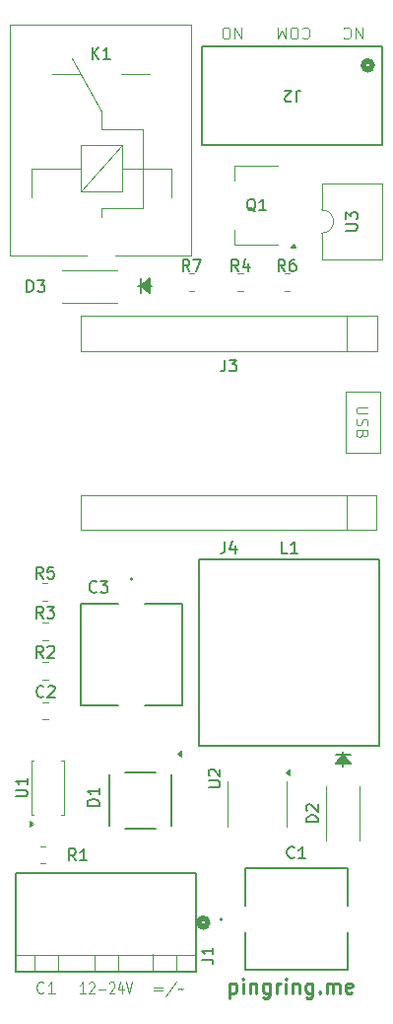
<source format=gbr>
%TF.GenerationSoftware,KiCad,Pcbnew,8.0.6*%
%TF.CreationDate,2024-12-16T14:26:34+01:00*%
%TF.ProjectId,doorbell_watcher,646f6f72-6265-46c6-9c5f-776174636865,rev?*%
%TF.SameCoordinates,Original*%
%TF.FileFunction,Legend,Top*%
%TF.FilePolarity,Positive*%
%FSLAX46Y46*%
G04 Gerber Fmt 4.6, Leading zero omitted, Abs format (unit mm)*
G04 Created by KiCad (PCBNEW 8.0.6) date 2024-12-16 14:26:34*
%MOMM*%
%LPD*%
G01*
G04 APERTURE LIST*
%ADD10C,0.100000*%
%ADD11C,0.254000*%
%ADD12C,0.150000*%
%ADD13C,0.120000*%
%ADD14C,0.152400*%
%ADD15C,0.508000*%
G04 APERTURE END LIST*
D10*
X145200000Y-69250000D02*
X148200000Y-69250000D01*
X148200000Y-74450000D01*
X145200000Y-74450000D01*
X145200000Y-69250000D01*
X141504687Y-38043819D02*
X141552306Y-37996200D01*
X141552306Y-37996200D02*
X141695163Y-37948580D01*
X141695163Y-37948580D02*
X141790401Y-37948580D01*
X141790401Y-37948580D02*
X141933258Y-37996200D01*
X141933258Y-37996200D02*
X142028496Y-38091438D01*
X142028496Y-38091438D02*
X142076115Y-38186676D01*
X142076115Y-38186676D02*
X142123734Y-38377152D01*
X142123734Y-38377152D02*
X142123734Y-38520009D01*
X142123734Y-38520009D02*
X142076115Y-38710485D01*
X142076115Y-38710485D02*
X142028496Y-38805723D01*
X142028496Y-38805723D02*
X141933258Y-38900961D01*
X141933258Y-38900961D02*
X141790401Y-38948580D01*
X141790401Y-38948580D02*
X141695163Y-38948580D01*
X141695163Y-38948580D02*
X141552306Y-38900961D01*
X141552306Y-38900961D02*
X141504687Y-38853342D01*
X140885639Y-38948580D02*
X140695163Y-38948580D01*
X140695163Y-38948580D02*
X140599925Y-38900961D01*
X140599925Y-38900961D02*
X140504687Y-38805723D01*
X140504687Y-38805723D02*
X140457068Y-38615247D01*
X140457068Y-38615247D02*
X140457068Y-38281914D01*
X140457068Y-38281914D02*
X140504687Y-38091438D01*
X140504687Y-38091438D02*
X140599925Y-37996200D01*
X140599925Y-37996200D02*
X140695163Y-37948580D01*
X140695163Y-37948580D02*
X140885639Y-37948580D01*
X140885639Y-37948580D02*
X140980877Y-37996200D01*
X140980877Y-37996200D02*
X141076115Y-38091438D01*
X141076115Y-38091438D02*
X141123734Y-38281914D01*
X141123734Y-38281914D02*
X141123734Y-38615247D01*
X141123734Y-38615247D02*
X141076115Y-38805723D01*
X141076115Y-38805723D02*
X140980877Y-38900961D01*
X140980877Y-38900961D02*
X140885639Y-38948580D01*
X140028496Y-37948580D02*
X140028496Y-38948580D01*
X140028496Y-38948580D02*
X139695163Y-38234295D01*
X139695163Y-38234295D02*
X139361830Y-38948580D01*
X139361830Y-38948580D02*
X139361830Y-37948580D01*
D11*
X135249485Y-120005701D02*
X135249485Y-121275701D01*
X135249485Y-120066177D02*
X135370438Y-120005701D01*
X135370438Y-120005701D02*
X135612343Y-120005701D01*
X135612343Y-120005701D02*
X135733295Y-120066177D01*
X135733295Y-120066177D02*
X135793771Y-120126653D01*
X135793771Y-120126653D02*
X135854247Y-120247606D01*
X135854247Y-120247606D02*
X135854247Y-120610463D01*
X135854247Y-120610463D02*
X135793771Y-120731415D01*
X135793771Y-120731415D02*
X135733295Y-120791892D01*
X135733295Y-120791892D02*
X135612343Y-120852368D01*
X135612343Y-120852368D02*
X135370438Y-120852368D01*
X135370438Y-120852368D02*
X135249485Y-120791892D01*
X136398533Y-120852368D02*
X136398533Y-120005701D01*
X136398533Y-119582368D02*
X136338057Y-119642844D01*
X136338057Y-119642844D02*
X136398533Y-119703320D01*
X136398533Y-119703320D02*
X136459010Y-119642844D01*
X136459010Y-119642844D02*
X136398533Y-119582368D01*
X136398533Y-119582368D02*
X136398533Y-119703320D01*
X137003295Y-120005701D02*
X137003295Y-120852368D01*
X137003295Y-120126653D02*
X137063772Y-120066177D01*
X137063772Y-120066177D02*
X137184724Y-120005701D01*
X137184724Y-120005701D02*
X137366153Y-120005701D01*
X137366153Y-120005701D02*
X137487105Y-120066177D01*
X137487105Y-120066177D02*
X137547581Y-120187130D01*
X137547581Y-120187130D02*
X137547581Y-120852368D01*
X138696629Y-120005701D02*
X138696629Y-121033796D01*
X138696629Y-121033796D02*
X138636153Y-121154749D01*
X138636153Y-121154749D02*
X138575677Y-121215225D01*
X138575677Y-121215225D02*
X138454724Y-121275701D01*
X138454724Y-121275701D02*
X138273296Y-121275701D01*
X138273296Y-121275701D02*
X138152343Y-121215225D01*
X138696629Y-120791892D02*
X138575677Y-120852368D01*
X138575677Y-120852368D02*
X138333772Y-120852368D01*
X138333772Y-120852368D02*
X138212820Y-120791892D01*
X138212820Y-120791892D02*
X138152343Y-120731415D01*
X138152343Y-120731415D02*
X138091867Y-120610463D01*
X138091867Y-120610463D02*
X138091867Y-120247606D01*
X138091867Y-120247606D02*
X138152343Y-120126653D01*
X138152343Y-120126653D02*
X138212820Y-120066177D01*
X138212820Y-120066177D02*
X138333772Y-120005701D01*
X138333772Y-120005701D02*
X138575677Y-120005701D01*
X138575677Y-120005701D02*
X138696629Y-120066177D01*
X139301391Y-120852368D02*
X139301391Y-120005701D01*
X139301391Y-120247606D02*
X139361868Y-120126653D01*
X139361868Y-120126653D02*
X139422344Y-120066177D01*
X139422344Y-120066177D02*
X139543296Y-120005701D01*
X139543296Y-120005701D02*
X139664249Y-120005701D01*
X140087581Y-120852368D02*
X140087581Y-120005701D01*
X140087581Y-119582368D02*
X140027105Y-119642844D01*
X140027105Y-119642844D02*
X140087581Y-119703320D01*
X140087581Y-119703320D02*
X140148058Y-119642844D01*
X140148058Y-119642844D02*
X140087581Y-119582368D01*
X140087581Y-119582368D02*
X140087581Y-119703320D01*
X140692343Y-120005701D02*
X140692343Y-120852368D01*
X140692343Y-120126653D02*
X140752820Y-120066177D01*
X140752820Y-120066177D02*
X140873772Y-120005701D01*
X140873772Y-120005701D02*
X141055201Y-120005701D01*
X141055201Y-120005701D02*
X141176153Y-120066177D01*
X141176153Y-120066177D02*
X141236629Y-120187130D01*
X141236629Y-120187130D02*
X141236629Y-120852368D01*
X142385677Y-120005701D02*
X142385677Y-121033796D01*
X142385677Y-121033796D02*
X142325201Y-121154749D01*
X142325201Y-121154749D02*
X142264725Y-121215225D01*
X142264725Y-121215225D02*
X142143772Y-121275701D01*
X142143772Y-121275701D02*
X141962344Y-121275701D01*
X141962344Y-121275701D02*
X141841391Y-121215225D01*
X142385677Y-120791892D02*
X142264725Y-120852368D01*
X142264725Y-120852368D02*
X142022820Y-120852368D01*
X142022820Y-120852368D02*
X141901868Y-120791892D01*
X141901868Y-120791892D02*
X141841391Y-120731415D01*
X141841391Y-120731415D02*
X141780915Y-120610463D01*
X141780915Y-120610463D02*
X141780915Y-120247606D01*
X141780915Y-120247606D02*
X141841391Y-120126653D01*
X141841391Y-120126653D02*
X141901868Y-120066177D01*
X141901868Y-120066177D02*
X142022820Y-120005701D01*
X142022820Y-120005701D02*
X142264725Y-120005701D01*
X142264725Y-120005701D02*
X142385677Y-120066177D01*
X142990439Y-120731415D02*
X143050916Y-120791892D01*
X143050916Y-120791892D02*
X142990439Y-120852368D01*
X142990439Y-120852368D02*
X142929963Y-120791892D01*
X142929963Y-120791892D02*
X142990439Y-120731415D01*
X142990439Y-120731415D02*
X142990439Y-120852368D01*
X143595201Y-120852368D02*
X143595201Y-120005701D01*
X143595201Y-120126653D02*
X143655678Y-120066177D01*
X143655678Y-120066177D02*
X143776630Y-120005701D01*
X143776630Y-120005701D02*
X143958059Y-120005701D01*
X143958059Y-120005701D02*
X144079011Y-120066177D01*
X144079011Y-120066177D02*
X144139487Y-120187130D01*
X144139487Y-120187130D02*
X144139487Y-120852368D01*
X144139487Y-120187130D02*
X144199963Y-120066177D01*
X144199963Y-120066177D02*
X144320916Y-120005701D01*
X144320916Y-120005701D02*
X144502344Y-120005701D01*
X144502344Y-120005701D02*
X144623297Y-120066177D01*
X144623297Y-120066177D02*
X144683773Y-120187130D01*
X144683773Y-120187130D02*
X144683773Y-120852368D01*
X145772344Y-120791892D02*
X145651392Y-120852368D01*
X145651392Y-120852368D02*
X145409487Y-120852368D01*
X145409487Y-120852368D02*
X145288534Y-120791892D01*
X145288534Y-120791892D02*
X145228058Y-120670939D01*
X145228058Y-120670939D02*
X145228058Y-120187130D01*
X145228058Y-120187130D02*
X145288534Y-120066177D01*
X145288534Y-120066177D02*
X145409487Y-120005701D01*
X145409487Y-120005701D02*
X145651392Y-120005701D01*
X145651392Y-120005701D02*
X145772344Y-120066177D01*
X145772344Y-120066177D02*
X145832820Y-120187130D01*
X145832820Y-120187130D02*
X145832820Y-120308082D01*
X145832820Y-120308082D02*
X145228058Y-120429034D01*
D10*
X128683884Y-120369609D02*
X129445789Y-120369609D01*
X129445789Y-120655323D02*
X128683884Y-120655323D01*
X130636264Y-119845800D02*
X129779122Y-121131514D01*
X130826741Y-120512466D02*
X130874360Y-120464847D01*
X130874360Y-120464847D02*
X130969598Y-120417228D01*
X130969598Y-120417228D02*
X131160074Y-120512466D01*
X131160074Y-120512466D02*
X131255312Y-120464847D01*
X131255312Y-120464847D02*
X131302931Y-120417228D01*
X119275312Y-120777180D02*
X119227693Y-120824800D01*
X119227693Y-120824800D02*
X119084836Y-120872419D01*
X119084836Y-120872419D02*
X118989598Y-120872419D01*
X118989598Y-120872419D02*
X118846741Y-120824800D01*
X118846741Y-120824800D02*
X118751503Y-120729561D01*
X118751503Y-120729561D02*
X118703884Y-120634323D01*
X118703884Y-120634323D02*
X118656265Y-120443847D01*
X118656265Y-120443847D02*
X118656265Y-120300990D01*
X118656265Y-120300990D02*
X118703884Y-120110514D01*
X118703884Y-120110514D02*
X118751503Y-120015276D01*
X118751503Y-120015276D02*
X118846741Y-119920038D01*
X118846741Y-119920038D02*
X118989598Y-119872419D01*
X118989598Y-119872419D02*
X119084836Y-119872419D01*
X119084836Y-119872419D02*
X119227693Y-119920038D01*
X119227693Y-119920038D02*
X119275312Y-119967657D01*
X120227693Y-120872419D02*
X119656265Y-120872419D01*
X119941979Y-120872419D02*
X119941979Y-119872419D01*
X119941979Y-119872419D02*
X119846741Y-120015276D01*
X119846741Y-120015276D02*
X119751503Y-120110514D01*
X119751503Y-120110514D02*
X119656265Y-120158133D01*
X136276115Y-37948580D02*
X136276115Y-38948580D01*
X136276115Y-38948580D02*
X135704687Y-37948580D01*
X135704687Y-37948580D02*
X135704687Y-38948580D01*
X135038020Y-38948580D02*
X134847544Y-38948580D01*
X134847544Y-38948580D02*
X134752306Y-38900961D01*
X134752306Y-38900961D02*
X134657068Y-38805723D01*
X134657068Y-38805723D02*
X134609449Y-38615247D01*
X134609449Y-38615247D02*
X134609449Y-38281914D01*
X134609449Y-38281914D02*
X134657068Y-38091438D01*
X134657068Y-38091438D02*
X134752306Y-37996200D01*
X134752306Y-37996200D02*
X134847544Y-37948580D01*
X134847544Y-37948580D02*
X135038020Y-37948580D01*
X135038020Y-37948580D02*
X135133258Y-37996200D01*
X135133258Y-37996200D02*
X135228496Y-38091438D01*
X135228496Y-38091438D02*
X135276115Y-38281914D01*
X135276115Y-38281914D02*
X135276115Y-38615247D01*
X135276115Y-38615247D02*
X135228496Y-38805723D01*
X135228496Y-38805723D02*
X135133258Y-38900961D01*
X135133258Y-38900961D02*
X135038020Y-38948580D01*
X122855312Y-120893419D02*
X122398169Y-120893419D01*
X122626741Y-120893419D02*
X122626741Y-119893419D01*
X122626741Y-119893419D02*
X122550550Y-120036276D01*
X122550550Y-120036276D02*
X122474360Y-120131514D01*
X122474360Y-120131514D02*
X122398169Y-120179133D01*
X123160074Y-119988657D02*
X123198170Y-119941038D01*
X123198170Y-119941038D02*
X123274360Y-119893419D01*
X123274360Y-119893419D02*
X123464836Y-119893419D01*
X123464836Y-119893419D02*
X123541027Y-119941038D01*
X123541027Y-119941038D02*
X123579122Y-119988657D01*
X123579122Y-119988657D02*
X123617217Y-120083895D01*
X123617217Y-120083895D02*
X123617217Y-120179133D01*
X123617217Y-120179133D02*
X123579122Y-120321990D01*
X123579122Y-120321990D02*
X123121979Y-120893419D01*
X123121979Y-120893419D02*
X123617217Y-120893419D01*
X123960075Y-120512466D02*
X124569599Y-120512466D01*
X124912455Y-119988657D02*
X124950551Y-119941038D01*
X124950551Y-119941038D02*
X125026741Y-119893419D01*
X125026741Y-119893419D02*
X125217217Y-119893419D01*
X125217217Y-119893419D02*
X125293408Y-119941038D01*
X125293408Y-119941038D02*
X125331503Y-119988657D01*
X125331503Y-119988657D02*
X125369598Y-120083895D01*
X125369598Y-120083895D02*
X125369598Y-120179133D01*
X125369598Y-120179133D02*
X125331503Y-120321990D01*
X125331503Y-120321990D02*
X124874360Y-120893419D01*
X124874360Y-120893419D02*
X125369598Y-120893419D01*
X126055313Y-120226752D02*
X126055313Y-120893419D01*
X125864837Y-119845800D02*
X125674360Y-120560085D01*
X125674360Y-120560085D02*
X126169599Y-120560085D01*
X126360075Y-119893419D02*
X126626742Y-120893419D01*
X126626742Y-120893419D02*
X126893408Y-119893419D01*
X146676115Y-37948580D02*
X146676115Y-38948580D01*
X146676115Y-38948580D02*
X146104687Y-37948580D01*
X146104687Y-37948580D02*
X146104687Y-38948580D01*
X145057068Y-38043819D02*
X145104687Y-37996200D01*
X145104687Y-37996200D02*
X145247544Y-37948580D01*
X145247544Y-37948580D02*
X145342782Y-37948580D01*
X145342782Y-37948580D02*
X145485639Y-37996200D01*
X145485639Y-37996200D02*
X145580877Y-38091438D01*
X145580877Y-38091438D02*
X145628496Y-38186676D01*
X145628496Y-38186676D02*
X145676115Y-38377152D01*
X145676115Y-38377152D02*
X145676115Y-38520009D01*
X145676115Y-38520009D02*
X145628496Y-38710485D01*
X145628496Y-38710485D02*
X145580877Y-38805723D01*
X145580877Y-38805723D02*
X145485639Y-38900961D01*
X145485639Y-38900961D02*
X145342782Y-38948580D01*
X145342782Y-38948580D02*
X145247544Y-38948580D01*
X145247544Y-38948580D02*
X145104687Y-38900961D01*
X145104687Y-38900961D02*
X145057068Y-38853342D01*
X147127580Y-70553884D02*
X146318057Y-70553884D01*
X146318057Y-70553884D02*
X146222819Y-70601503D01*
X146222819Y-70601503D02*
X146175200Y-70649122D01*
X146175200Y-70649122D02*
X146127580Y-70744360D01*
X146127580Y-70744360D02*
X146127580Y-70934836D01*
X146127580Y-70934836D02*
X146175200Y-71030074D01*
X146175200Y-71030074D02*
X146222819Y-71077693D01*
X146222819Y-71077693D02*
X146318057Y-71125312D01*
X146318057Y-71125312D02*
X147127580Y-71125312D01*
X146175200Y-71553884D02*
X146127580Y-71696741D01*
X146127580Y-71696741D02*
X146127580Y-71934836D01*
X146127580Y-71934836D02*
X146175200Y-72030074D01*
X146175200Y-72030074D02*
X146222819Y-72077693D01*
X146222819Y-72077693D02*
X146318057Y-72125312D01*
X146318057Y-72125312D02*
X146413295Y-72125312D01*
X146413295Y-72125312D02*
X146508533Y-72077693D01*
X146508533Y-72077693D02*
X146556152Y-72030074D01*
X146556152Y-72030074D02*
X146603771Y-71934836D01*
X146603771Y-71934836D02*
X146651390Y-71744360D01*
X146651390Y-71744360D02*
X146699009Y-71649122D01*
X146699009Y-71649122D02*
X146746628Y-71601503D01*
X146746628Y-71601503D02*
X146841866Y-71553884D01*
X146841866Y-71553884D02*
X146937104Y-71553884D01*
X146937104Y-71553884D02*
X147032342Y-71601503D01*
X147032342Y-71601503D02*
X147079961Y-71649122D01*
X147079961Y-71649122D02*
X147127580Y-71744360D01*
X147127580Y-71744360D02*
X147127580Y-71982455D01*
X147127580Y-71982455D02*
X147079961Y-72125312D01*
X146651390Y-72887217D02*
X146603771Y-73030074D01*
X146603771Y-73030074D02*
X146556152Y-73077693D01*
X146556152Y-73077693D02*
X146460914Y-73125312D01*
X146460914Y-73125312D02*
X146318057Y-73125312D01*
X146318057Y-73125312D02*
X146222819Y-73077693D01*
X146222819Y-73077693D02*
X146175200Y-73030074D01*
X146175200Y-73030074D02*
X146127580Y-72934836D01*
X146127580Y-72934836D02*
X146127580Y-72553884D01*
X146127580Y-72553884D02*
X147127580Y-72553884D01*
X147127580Y-72553884D02*
X147127580Y-72887217D01*
X147127580Y-72887217D02*
X147079961Y-72982455D01*
X147079961Y-72982455D02*
X147032342Y-73030074D01*
X147032342Y-73030074D02*
X146937104Y-73077693D01*
X146937104Y-73077693D02*
X146841866Y-73077693D01*
X146841866Y-73077693D02*
X146746628Y-73030074D01*
X146746628Y-73030074D02*
X146699009Y-72982455D01*
X146699009Y-72982455D02*
X146651390Y-72887217D01*
X146651390Y-72887217D02*
X146651390Y-72553884D01*
D12*
X134846666Y-66475819D02*
X134846666Y-67190104D01*
X134846666Y-67190104D02*
X134799047Y-67332961D01*
X134799047Y-67332961D02*
X134703809Y-67428200D01*
X134703809Y-67428200D02*
X134560952Y-67475819D01*
X134560952Y-67475819D02*
X134465714Y-67475819D01*
X135227619Y-66475819D02*
X135846666Y-66475819D01*
X135846666Y-66475819D02*
X135513333Y-66856771D01*
X135513333Y-66856771D02*
X135656190Y-66856771D01*
X135656190Y-66856771D02*
X135751428Y-66904390D01*
X135751428Y-66904390D02*
X135799047Y-66952009D01*
X135799047Y-66952009D02*
X135846666Y-67047247D01*
X135846666Y-67047247D02*
X135846666Y-67285342D01*
X135846666Y-67285342D02*
X135799047Y-67380580D01*
X135799047Y-67380580D02*
X135751428Y-67428200D01*
X135751428Y-67428200D02*
X135656190Y-67475819D01*
X135656190Y-67475819D02*
X135370476Y-67475819D01*
X135370476Y-67475819D02*
X135275238Y-67428200D01*
X135275238Y-67428200D02*
X135227619Y-67380580D01*
X131813333Y-58875819D02*
X131480000Y-58399628D01*
X131241905Y-58875819D02*
X131241905Y-57875819D01*
X131241905Y-57875819D02*
X131622857Y-57875819D01*
X131622857Y-57875819D02*
X131718095Y-57923438D01*
X131718095Y-57923438D02*
X131765714Y-57971057D01*
X131765714Y-57971057D02*
X131813333Y-58066295D01*
X131813333Y-58066295D02*
X131813333Y-58209152D01*
X131813333Y-58209152D02*
X131765714Y-58304390D01*
X131765714Y-58304390D02*
X131718095Y-58352009D01*
X131718095Y-58352009D02*
X131622857Y-58399628D01*
X131622857Y-58399628D02*
X131241905Y-58399628D01*
X132146667Y-57875819D02*
X132813333Y-57875819D01*
X132813333Y-57875819D02*
X132384762Y-58875819D01*
X134836666Y-82075819D02*
X134836666Y-82790104D01*
X134836666Y-82790104D02*
X134789047Y-82932961D01*
X134789047Y-82932961D02*
X134693809Y-83028200D01*
X134693809Y-83028200D02*
X134550952Y-83075819D01*
X134550952Y-83075819D02*
X134455714Y-83075819D01*
X135741428Y-82409152D02*
X135741428Y-83075819D01*
X135503333Y-82028200D02*
X135265238Y-82742485D01*
X135265238Y-82742485D02*
X135884285Y-82742485D01*
X122033333Y-109454819D02*
X121700000Y-108978628D01*
X121461905Y-109454819D02*
X121461905Y-108454819D01*
X121461905Y-108454819D02*
X121842857Y-108454819D01*
X121842857Y-108454819D02*
X121938095Y-108502438D01*
X121938095Y-108502438D02*
X121985714Y-108550057D01*
X121985714Y-108550057D02*
X122033333Y-108645295D01*
X122033333Y-108645295D02*
X122033333Y-108788152D01*
X122033333Y-108788152D02*
X121985714Y-108883390D01*
X121985714Y-108883390D02*
X121938095Y-108931009D01*
X121938095Y-108931009D02*
X121842857Y-108978628D01*
X121842857Y-108978628D02*
X121461905Y-108978628D01*
X122985714Y-109454819D02*
X122414286Y-109454819D01*
X122700000Y-109454819D02*
X122700000Y-108454819D01*
X122700000Y-108454819D02*
X122604762Y-108597676D01*
X122604762Y-108597676D02*
X122509524Y-108692914D01*
X122509524Y-108692914D02*
X122414286Y-108740533D01*
X132834819Y-117954333D02*
X133549104Y-117954333D01*
X133549104Y-117954333D02*
X133691961Y-118001952D01*
X133691961Y-118001952D02*
X133787200Y-118097190D01*
X133787200Y-118097190D02*
X133834819Y-118240047D01*
X133834819Y-118240047D02*
X133834819Y-118335285D01*
X133834819Y-116954333D02*
X133834819Y-117525761D01*
X133834819Y-117240047D02*
X132834819Y-117240047D01*
X132834819Y-117240047D02*
X132977676Y-117335285D01*
X132977676Y-117335285D02*
X133072914Y-117430523D01*
X133072914Y-117430523D02*
X133120533Y-117525761D01*
X119213333Y-88675819D02*
X118880000Y-88199628D01*
X118641905Y-88675819D02*
X118641905Y-87675819D01*
X118641905Y-87675819D02*
X119022857Y-87675819D01*
X119022857Y-87675819D02*
X119118095Y-87723438D01*
X119118095Y-87723438D02*
X119165714Y-87771057D01*
X119165714Y-87771057D02*
X119213333Y-87866295D01*
X119213333Y-87866295D02*
X119213333Y-88009152D01*
X119213333Y-88009152D02*
X119165714Y-88104390D01*
X119165714Y-88104390D02*
X119118095Y-88152009D01*
X119118095Y-88152009D02*
X119022857Y-88199628D01*
X119022857Y-88199628D02*
X118641905Y-88199628D01*
X119546667Y-87675819D02*
X120165714Y-87675819D01*
X120165714Y-87675819D02*
X119832381Y-88056771D01*
X119832381Y-88056771D02*
X119975238Y-88056771D01*
X119975238Y-88056771D02*
X120070476Y-88104390D01*
X120070476Y-88104390D02*
X120118095Y-88152009D01*
X120118095Y-88152009D02*
X120165714Y-88247247D01*
X120165714Y-88247247D02*
X120165714Y-88485342D01*
X120165714Y-88485342D02*
X120118095Y-88580580D01*
X120118095Y-88580580D02*
X120070476Y-88628200D01*
X120070476Y-88628200D02*
X119975238Y-88675819D01*
X119975238Y-88675819D02*
X119689524Y-88675819D01*
X119689524Y-88675819D02*
X119594286Y-88628200D01*
X119594286Y-88628200D02*
X119546667Y-88580580D01*
X124034819Y-104759094D02*
X123034819Y-104759094D01*
X123034819Y-104759094D02*
X123034819Y-104520999D01*
X123034819Y-104520999D02*
X123082438Y-104378142D01*
X123082438Y-104378142D02*
X123177676Y-104282904D01*
X123177676Y-104282904D02*
X123272914Y-104235285D01*
X123272914Y-104235285D02*
X123463390Y-104187666D01*
X123463390Y-104187666D02*
X123606247Y-104187666D01*
X123606247Y-104187666D02*
X123796723Y-104235285D01*
X123796723Y-104235285D02*
X123891961Y-104282904D01*
X123891961Y-104282904D02*
X123987200Y-104378142D01*
X123987200Y-104378142D02*
X124034819Y-104520999D01*
X124034819Y-104520999D02*
X124034819Y-104759094D01*
X124034819Y-103235285D02*
X124034819Y-103806713D01*
X124034819Y-103520999D02*
X123034819Y-103520999D01*
X123034819Y-103520999D02*
X123177676Y-103616237D01*
X123177676Y-103616237D02*
X123272914Y-103711475D01*
X123272914Y-103711475D02*
X123320533Y-103806713D01*
X145234819Y-55382904D02*
X146044342Y-55382904D01*
X146044342Y-55382904D02*
X146139580Y-55335285D01*
X146139580Y-55335285D02*
X146187200Y-55287666D01*
X146187200Y-55287666D02*
X146234819Y-55192428D01*
X146234819Y-55192428D02*
X146234819Y-55001952D01*
X146234819Y-55001952D02*
X146187200Y-54906714D01*
X146187200Y-54906714D02*
X146139580Y-54859095D01*
X146139580Y-54859095D02*
X146044342Y-54811476D01*
X146044342Y-54811476D02*
X145234819Y-54811476D01*
X145234819Y-54430523D02*
X145234819Y-53811476D01*
X145234819Y-53811476D02*
X145615771Y-54144809D01*
X145615771Y-54144809D02*
X145615771Y-54001952D01*
X145615771Y-54001952D02*
X145663390Y-53906714D01*
X145663390Y-53906714D02*
X145711009Y-53859095D01*
X145711009Y-53859095D02*
X145806247Y-53811476D01*
X145806247Y-53811476D02*
X146044342Y-53811476D01*
X146044342Y-53811476D02*
X146139580Y-53859095D01*
X146139580Y-53859095D02*
X146187200Y-53906714D01*
X146187200Y-53906714D02*
X146234819Y-54001952D01*
X146234819Y-54001952D02*
X146234819Y-54287666D01*
X146234819Y-54287666D02*
X146187200Y-54382904D01*
X146187200Y-54382904D02*
X146139580Y-54430523D01*
X119233333Y-92054819D02*
X118900000Y-91578628D01*
X118661905Y-92054819D02*
X118661905Y-91054819D01*
X118661905Y-91054819D02*
X119042857Y-91054819D01*
X119042857Y-91054819D02*
X119138095Y-91102438D01*
X119138095Y-91102438D02*
X119185714Y-91150057D01*
X119185714Y-91150057D02*
X119233333Y-91245295D01*
X119233333Y-91245295D02*
X119233333Y-91388152D01*
X119233333Y-91388152D02*
X119185714Y-91483390D01*
X119185714Y-91483390D02*
X119138095Y-91531009D01*
X119138095Y-91531009D02*
X119042857Y-91578628D01*
X119042857Y-91578628D02*
X118661905Y-91578628D01*
X119614286Y-91150057D02*
X119661905Y-91102438D01*
X119661905Y-91102438D02*
X119757143Y-91054819D01*
X119757143Y-91054819D02*
X119995238Y-91054819D01*
X119995238Y-91054819D02*
X120090476Y-91102438D01*
X120090476Y-91102438D02*
X120138095Y-91150057D01*
X120138095Y-91150057D02*
X120185714Y-91245295D01*
X120185714Y-91245295D02*
X120185714Y-91340533D01*
X120185714Y-91340533D02*
X120138095Y-91483390D01*
X120138095Y-91483390D02*
X119566667Y-92054819D01*
X119566667Y-92054819D02*
X120185714Y-92054819D01*
X117841905Y-60675819D02*
X117841905Y-59675819D01*
X117841905Y-59675819D02*
X118080000Y-59675819D01*
X118080000Y-59675819D02*
X118222857Y-59723438D01*
X118222857Y-59723438D02*
X118318095Y-59818676D01*
X118318095Y-59818676D02*
X118365714Y-59913914D01*
X118365714Y-59913914D02*
X118413333Y-60104390D01*
X118413333Y-60104390D02*
X118413333Y-60247247D01*
X118413333Y-60247247D02*
X118365714Y-60437723D01*
X118365714Y-60437723D02*
X118318095Y-60532961D01*
X118318095Y-60532961D02*
X118222857Y-60628200D01*
X118222857Y-60628200D02*
X118080000Y-60675819D01*
X118080000Y-60675819D02*
X117841905Y-60675819D01*
X118746667Y-59675819D02*
X119365714Y-59675819D01*
X119365714Y-59675819D02*
X119032381Y-60056771D01*
X119032381Y-60056771D02*
X119175238Y-60056771D01*
X119175238Y-60056771D02*
X119270476Y-60104390D01*
X119270476Y-60104390D02*
X119318095Y-60152009D01*
X119318095Y-60152009D02*
X119365714Y-60247247D01*
X119365714Y-60247247D02*
X119365714Y-60485342D01*
X119365714Y-60485342D02*
X119318095Y-60580580D01*
X119318095Y-60580580D02*
X119270476Y-60628200D01*
X119270476Y-60628200D02*
X119175238Y-60675819D01*
X119175238Y-60675819D02*
X118889524Y-60675819D01*
X118889524Y-60675819D02*
X118794286Y-60628200D01*
X118794286Y-60628200D02*
X118746667Y-60580580D01*
X140013333Y-58875819D02*
X139680000Y-58399628D01*
X139441905Y-58875819D02*
X139441905Y-57875819D01*
X139441905Y-57875819D02*
X139822857Y-57875819D01*
X139822857Y-57875819D02*
X139918095Y-57923438D01*
X139918095Y-57923438D02*
X139965714Y-57971057D01*
X139965714Y-57971057D02*
X140013333Y-58066295D01*
X140013333Y-58066295D02*
X140013333Y-58209152D01*
X140013333Y-58209152D02*
X139965714Y-58304390D01*
X139965714Y-58304390D02*
X139918095Y-58352009D01*
X139918095Y-58352009D02*
X139822857Y-58399628D01*
X139822857Y-58399628D02*
X139441905Y-58399628D01*
X140870476Y-57875819D02*
X140680000Y-57875819D01*
X140680000Y-57875819D02*
X140584762Y-57923438D01*
X140584762Y-57923438D02*
X140537143Y-57971057D01*
X140537143Y-57971057D02*
X140441905Y-58113914D01*
X140441905Y-58113914D02*
X140394286Y-58304390D01*
X140394286Y-58304390D02*
X140394286Y-58685342D01*
X140394286Y-58685342D02*
X140441905Y-58780580D01*
X140441905Y-58780580D02*
X140489524Y-58828200D01*
X140489524Y-58828200D02*
X140584762Y-58875819D01*
X140584762Y-58875819D02*
X140775238Y-58875819D01*
X140775238Y-58875819D02*
X140870476Y-58828200D01*
X140870476Y-58828200D02*
X140918095Y-58780580D01*
X140918095Y-58780580D02*
X140965714Y-58685342D01*
X140965714Y-58685342D02*
X140965714Y-58447247D01*
X140965714Y-58447247D02*
X140918095Y-58352009D01*
X140918095Y-58352009D02*
X140870476Y-58304390D01*
X140870476Y-58304390D02*
X140775238Y-58256771D01*
X140775238Y-58256771D02*
X140584762Y-58256771D01*
X140584762Y-58256771D02*
X140489524Y-58304390D01*
X140489524Y-58304390D02*
X140441905Y-58352009D01*
X140441905Y-58352009D02*
X140394286Y-58447247D01*
X123813333Y-86380580D02*
X123765714Y-86428200D01*
X123765714Y-86428200D02*
X123622857Y-86475819D01*
X123622857Y-86475819D02*
X123527619Y-86475819D01*
X123527619Y-86475819D02*
X123384762Y-86428200D01*
X123384762Y-86428200D02*
X123289524Y-86332961D01*
X123289524Y-86332961D02*
X123241905Y-86237723D01*
X123241905Y-86237723D02*
X123194286Y-86047247D01*
X123194286Y-86047247D02*
X123194286Y-85904390D01*
X123194286Y-85904390D02*
X123241905Y-85713914D01*
X123241905Y-85713914D02*
X123289524Y-85618676D01*
X123289524Y-85618676D02*
X123384762Y-85523438D01*
X123384762Y-85523438D02*
X123527619Y-85475819D01*
X123527619Y-85475819D02*
X123622857Y-85475819D01*
X123622857Y-85475819D02*
X123765714Y-85523438D01*
X123765714Y-85523438D02*
X123813333Y-85571057D01*
X124146667Y-85475819D02*
X124765714Y-85475819D01*
X124765714Y-85475819D02*
X124432381Y-85856771D01*
X124432381Y-85856771D02*
X124575238Y-85856771D01*
X124575238Y-85856771D02*
X124670476Y-85904390D01*
X124670476Y-85904390D02*
X124718095Y-85952009D01*
X124718095Y-85952009D02*
X124765714Y-86047247D01*
X124765714Y-86047247D02*
X124765714Y-86285342D01*
X124765714Y-86285342D02*
X124718095Y-86380580D01*
X124718095Y-86380580D02*
X124670476Y-86428200D01*
X124670476Y-86428200D02*
X124575238Y-86475819D01*
X124575238Y-86475819D02*
X124289524Y-86475819D01*
X124289524Y-86475819D02*
X124194286Y-86428200D01*
X124194286Y-86428200D02*
X124146667Y-86380580D01*
X133434819Y-103182904D02*
X134244342Y-103182904D01*
X134244342Y-103182904D02*
X134339580Y-103135285D01*
X134339580Y-103135285D02*
X134387200Y-103087666D01*
X134387200Y-103087666D02*
X134434819Y-102992428D01*
X134434819Y-102992428D02*
X134434819Y-102801952D01*
X134434819Y-102801952D02*
X134387200Y-102706714D01*
X134387200Y-102706714D02*
X134339580Y-102659095D01*
X134339580Y-102659095D02*
X134244342Y-102611476D01*
X134244342Y-102611476D02*
X133434819Y-102611476D01*
X133530057Y-102182904D02*
X133482438Y-102135285D01*
X133482438Y-102135285D02*
X133434819Y-102040047D01*
X133434819Y-102040047D02*
X133434819Y-101801952D01*
X133434819Y-101801952D02*
X133482438Y-101706714D01*
X133482438Y-101706714D02*
X133530057Y-101659095D01*
X133530057Y-101659095D02*
X133625295Y-101611476D01*
X133625295Y-101611476D02*
X133720533Y-101611476D01*
X133720533Y-101611476D02*
X133863390Y-101659095D01*
X133863390Y-101659095D02*
X134434819Y-102230523D01*
X134434819Y-102230523D02*
X134434819Y-101611476D01*
X116854819Y-103961904D02*
X117664342Y-103961904D01*
X117664342Y-103961904D02*
X117759580Y-103914285D01*
X117759580Y-103914285D02*
X117807200Y-103866666D01*
X117807200Y-103866666D02*
X117854819Y-103771428D01*
X117854819Y-103771428D02*
X117854819Y-103580952D01*
X117854819Y-103580952D02*
X117807200Y-103485714D01*
X117807200Y-103485714D02*
X117759580Y-103438095D01*
X117759580Y-103438095D02*
X117664342Y-103390476D01*
X117664342Y-103390476D02*
X116854819Y-103390476D01*
X117854819Y-102390476D02*
X117854819Y-102961904D01*
X117854819Y-102676190D02*
X116854819Y-102676190D01*
X116854819Y-102676190D02*
X116997676Y-102771428D01*
X116997676Y-102771428D02*
X117092914Y-102866666D01*
X117092914Y-102866666D02*
X117140533Y-102961904D01*
X140979933Y-44366180D02*
X140979933Y-43651895D01*
X140979933Y-43651895D02*
X141027552Y-43509038D01*
X141027552Y-43509038D02*
X141122790Y-43413800D01*
X141122790Y-43413800D02*
X141265647Y-43366180D01*
X141265647Y-43366180D02*
X141360885Y-43366180D01*
X140551361Y-44270942D02*
X140503742Y-44318561D01*
X140503742Y-44318561D02*
X140408504Y-44366180D01*
X140408504Y-44366180D02*
X140170409Y-44366180D01*
X140170409Y-44366180D02*
X140075171Y-44318561D01*
X140075171Y-44318561D02*
X140027552Y-44270942D01*
X140027552Y-44270942D02*
X139979933Y-44175704D01*
X139979933Y-44175704D02*
X139979933Y-44080466D01*
X139979933Y-44080466D02*
X140027552Y-43937609D01*
X140027552Y-43937609D02*
X140598980Y-43366180D01*
X140598980Y-43366180D02*
X139979933Y-43366180D01*
X119270833Y-95359580D02*
X119223214Y-95407200D01*
X119223214Y-95407200D02*
X119080357Y-95454819D01*
X119080357Y-95454819D02*
X118985119Y-95454819D01*
X118985119Y-95454819D02*
X118842262Y-95407200D01*
X118842262Y-95407200D02*
X118747024Y-95311961D01*
X118747024Y-95311961D02*
X118699405Y-95216723D01*
X118699405Y-95216723D02*
X118651786Y-95026247D01*
X118651786Y-95026247D02*
X118651786Y-94883390D01*
X118651786Y-94883390D02*
X118699405Y-94692914D01*
X118699405Y-94692914D02*
X118747024Y-94597676D01*
X118747024Y-94597676D02*
X118842262Y-94502438D01*
X118842262Y-94502438D02*
X118985119Y-94454819D01*
X118985119Y-94454819D02*
X119080357Y-94454819D01*
X119080357Y-94454819D02*
X119223214Y-94502438D01*
X119223214Y-94502438D02*
X119270833Y-94550057D01*
X119651786Y-94550057D02*
X119699405Y-94502438D01*
X119699405Y-94502438D02*
X119794643Y-94454819D01*
X119794643Y-94454819D02*
X120032738Y-94454819D01*
X120032738Y-94454819D02*
X120127976Y-94502438D01*
X120127976Y-94502438D02*
X120175595Y-94550057D01*
X120175595Y-94550057D02*
X120223214Y-94645295D01*
X120223214Y-94645295D02*
X120223214Y-94740533D01*
X120223214Y-94740533D02*
X120175595Y-94883390D01*
X120175595Y-94883390D02*
X119604167Y-95454819D01*
X119604167Y-95454819D02*
X120223214Y-95454819D01*
X123441905Y-40675819D02*
X123441905Y-39675819D01*
X124013333Y-40675819D02*
X123584762Y-40104390D01*
X124013333Y-39675819D02*
X123441905Y-40247247D01*
X124965714Y-40675819D02*
X124394286Y-40675819D01*
X124680000Y-40675819D02*
X124680000Y-39675819D01*
X124680000Y-39675819D02*
X124584762Y-39818676D01*
X124584762Y-39818676D02*
X124489524Y-39913914D01*
X124489524Y-39913914D02*
X124394286Y-39961533D01*
X137484761Y-53771057D02*
X137389523Y-53723438D01*
X137389523Y-53723438D02*
X137294285Y-53628200D01*
X137294285Y-53628200D02*
X137151428Y-53485342D01*
X137151428Y-53485342D02*
X137056190Y-53437723D01*
X137056190Y-53437723D02*
X136960952Y-53437723D01*
X137008571Y-53675819D02*
X136913333Y-53628200D01*
X136913333Y-53628200D02*
X136818095Y-53532961D01*
X136818095Y-53532961D02*
X136770476Y-53342485D01*
X136770476Y-53342485D02*
X136770476Y-53009152D01*
X136770476Y-53009152D02*
X136818095Y-52818676D01*
X136818095Y-52818676D02*
X136913333Y-52723438D01*
X136913333Y-52723438D02*
X137008571Y-52675819D01*
X137008571Y-52675819D02*
X137199047Y-52675819D01*
X137199047Y-52675819D02*
X137294285Y-52723438D01*
X137294285Y-52723438D02*
X137389523Y-52818676D01*
X137389523Y-52818676D02*
X137437142Y-53009152D01*
X137437142Y-53009152D02*
X137437142Y-53342485D01*
X137437142Y-53342485D02*
X137389523Y-53532961D01*
X137389523Y-53532961D02*
X137294285Y-53628200D01*
X137294285Y-53628200D02*
X137199047Y-53675819D01*
X137199047Y-53675819D02*
X137008571Y-53675819D01*
X138389523Y-53675819D02*
X137818095Y-53675819D01*
X138103809Y-53675819D02*
X138103809Y-52675819D01*
X138103809Y-52675819D02*
X138008571Y-52818676D01*
X138008571Y-52818676D02*
X137913333Y-52913914D01*
X137913333Y-52913914D02*
X137818095Y-52961533D01*
X119213333Y-85275819D02*
X118880000Y-84799628D01*
X118641905Y-85275819D02*
X118641905Y-84275819D01*
X118641905Y-84275819D02*
X119022857Y-84275819D01*
X119022857Y-84275819D02*
X119118095Y-84323438D01*
X119118095Y-84323438D02*
X119165714Y-84371057D01*
X119165714Y-84371057D02*
X119213333Y-84466295D01*
X119213333Y-84466295D02*
X119213333Y-84609152D01*
X119213333Y-84609152D02*
X119165714Y-84704390D01*
X119165714Y-84704390D02*
X119118095Y-84752009D01*
X119118095Y-84752009D02*
X119022857Y-84799628D01*
X119022857Y-84799628D02*
X118641905Y-84799628D01*
X120118095Y-84275819D02*
X119641905Y-84275819D01*
X119641905Y-84275819D02*
X119594286Y-84752009D01*
X119594286Y-84752009D02*
X119641905Y-84704390D01*
X119641905Y-84704390D02*
X119737143Y-84656771D01*
X119737143Y-84656771D02*
X119975238Y-84656771D01*
X119975238Y-84656771D02*
X120070476Y-84704390D01*
X120070476Y-84704390D02*
X120118095Y-84752009D01*
X120118095Y-84752009D02*
X120165714Y-84847247D01*
X120165714Y-84847247D02*
X120165714Y-85085342D01*
X120165714Y-85085342D02*
X120118095Y-85180580D01*
X120118095Y-85180580D02*
X120070476Y-85228200D01*
X120070476Y-85228200D02*
X119975238Y-85275819D01*
X119975238Y-85275819D02*
X119737143Y-85275819D01*
X119737143Y-85275819D02*
X119641905Y-85228200D01*
X119641905Y-85228200D02*
X119594286Y-85180580D01*
X142834819Y-106159094D02*
X141834819Y-106159094D01*
X141834819Y-106159094D02*
X141834819Y-105920999D01*
X141834819Y-105920999D02*
X141882438Y-105778142D01*
X141882438Y-105778142D02*
X141977676Y-105682904D01*
X141977676Y-105682904D02*
X142072914Y-105635285D01*
X142072914Y-105635285D02*
X142263390Y-105587666D01*
X142263390Y-105587666D02*
X142406247Y-105587666D01*
X142406247Y-105587666D02*
X142596723Y-105635285D01*
X142596723Y-105635285D02*
X142691961Y-105682904D01*
X142691961Y-105682904D02*
X142787200Y-105778142D01*
X142787200Y-105778142D02*
X142834819Y-105920999D01*
X142834819Y-105920999D02*
X142834819Y-106159094D01*
X141930057Y-105206713D02*
X141882438Y-105159094D01*
X141882438Y-105159094D02*
X141834819Y-105063856D01*
X141834819Y-105063856D02*
X141834819Y-104825761D01*
X141834819Y-104825761D02*
X141882438Y-104730523D01*
X141882438Y-104730523D02*
X141930057Y-104682904D01*
X141930057Y-104682904D02*
X142025295Y-104635285D01*
X142025295Y-104635285D02*
X142120533Y-104635285D01*
X142120533Y-104635285D02*
X142263390Y-104682904D01*
X142263390Y-104682904D02*
X142834819Y-105254332D01*
X142834819Y-105254332D02*
X142834819Y-104635285D01*
X136013333Y-58875819D02*
X135680000Y-58399628D01*
X135441905Y-58875819D02*
X135441905Y-57875819D01*
X135441905Y-57875819D02*
X135822857Y-57875819D01*
X135822857Y-57875819D02*
X135918095Y-57923438D01*
X135918095Y-57923438D02*
X135965714Y-57971057D01*
X135965714Y-57971057D02*
X136013333Y-58066295D01*
X136013333Y-58066295D02*
X136013333Y-58209152D01*
X136013333Y-58209152D02*
X135965714Y-58304390D01*
X135965714Y-58304390D02*
X135918095Y-58352009D01*
X135918095Y-58352009D02*
X135822857Y-58399628D01*
X135822857Y-58399628D02*
X135441905Y-58399628D01*
X136870476Y-58209152D02*
X136870476Y-58875819D01*
X136632381Y-57828200D02*
X136394286Y-58542485D01*
X136394286Y-58542485D02*
X137013333Y-58542485D01*
X140233333Y-83075819D02*
X139757143Y-83075819D01*
X139757143Y-83075819D02*
X139757143Y-82075819D01*
X141090476Y-83075819D02*
X140519048Y-83075819D01*
X140804762Y-83075819D02*
X140804762Y-82075819D01*
X140804762Y-82075819D02*
X140709524Y-82218676D01*
X140709524Y-82218676D02*
X140614286Y-82313914D01*
X140614286Y-82313914D02*
X140519048Y-82361533D01*
X140813333Y-109180580D02*
X140765714Y-109228200D01*
X140765714Y-109228200D02*
X140622857Y-109275819D01*
X140622857Y-109275819D02*
X140527619Y-109275819D01*
X140527619Y-109275819D02*
X140384762Y-109228200D01*
X140384762Y-109228200D02*
X140289524Y-109132961D01*
X140289524Y-109132961D02*
X140241905Y-109037723D01*
X140241905Y-109037723D02*
X140194286Y-108847247D01*
X140194286Y-108847247D02*
X140194286Y-108704390D01*
X140194286Y-108704390D02*
X140241905Y-108513914D01*
X140241905Y-108513914D02*
X140289524Y-108418676D01*
X140289524Y-108418676D02*
X140384762Y-108323438D01*
X140384762Y-108323438D02*
X140527619Y-108275819D01*
X140527619Y-108275819D02*
X140622857Y-108275819D01*
X140622857Y-108275819D02*
X140765714Y-108323438D01*
X140765714Y-108323438D02*
X140813333Y-108371057D01*
X141765714Y-109275819D02*
X141194286Y-109275819D01*
X141480000Y-109275819D02*
X141480000Y-108275819D01*
X141480000Y-108275819D02*
X141384762Y-108418676D01*
X141384762Y-108418676D02*
X141289524Y-108513914D01*
X141289524Y-108513914D02*
X141194286Y-108561533D01*
D13*
%TO.C,J3*%
X122460000Y-62721000D02*
X147920000Y-62721000D01*
X122460000Y-65721000D02*
X122460000Y-62721000D01*
X145350000Y-65721000D02*
X145350000Y-62721000D01*
X147920000Y-62721000D02*
X147920000Y-65721000D01*
X147920000Y-65721000D02*
X122460000Y-65721000D01*
%TO.C,R7*%
X132207064Y-59086000D02*
X131752936Y-59086000D01*
X132207064Y-60556000D02*
X131752936Y-60556000D01*
%TO.C,J4*%
X122440000Y-78121000D02*
X147900000Y-78121000D01*
X122440000Y-81121000D02*
X122440000Y-78121000D01*
X145330000Y-81121000D02*
X145330000Y-78121000D01*
X147900000Y-78121000D02*
X147900000Y-81121000D01*
X147900000Y-81121000D02*
X122440000Y-81121000D01*
%TO.C,R1*%
X118972936Y-108265000D02*
X119427064Y-108265000D01*
X118972936Y-109735000D02*
X119427064Y-109735000D01*
D14*
%TO.C,J1*%
X116853000Y-110583600D02*
X116853000Y-119016400D01*
X116853000Y-119016400D02*
X132347000Y-119016400D01*
D10*
X116880000Y-117600000D02*
X132280000Y-117600000D01*
X118480000Y-118900000D02*
X118480000Y-117600000D01*
X120480000Y-118900000D02*
X120480000Y-117600000D01*
X123680000Y-118900000D02*
X123680000Y-117600000D01*
X125680000Y-118900000D02*
X125680000Y-117600000D01*
X128680000Y-118900000D02*
X128680000Y-117500000D01*
X130680000Y-118900000D02*
X130680000Y-117600000D01*
D14*
X132347000Y-110583600D02*
X116853000Y-110583600D01*
X132347000Y-119016400D02*
X132347000Y-110583600D01*
D15*
X133363000Y-114800000D02*
G75*
G02*
X132601000Y-114800000I-381000J0D01*
G01*
X132601000Y-114800000D02*
G75*
G02*
X133363000Y-114800000I381000J0D01*
G01*
D13*
%TO.C,R3*%
X119172936Y-89065000D02*
X119627064Y-89065000D01*
X119172936Y-90535000D02*
X119627064Y-90535000D01*
D14*
%TO.C,D1*%
X124874899Y-102115488D02*
X124874899Y-106511412D01*
X126293738Y-106713750D02*
X128866260Y-106713750D01*
X128866260Y-101913150D02*
X126293738Y-101913150D01*
X130285099Y-106511412D02*
X130285099Y-102115488D01*
D13*
X131109999Y-100553450D02*
X130779999Y-100313450D01*
X131109999Y-100073450D01*
X131109999Y-100553450D01*
G36*
X131109999Y-100553450D02*
G01*
X130779999Y-100313450D01*
X131109999Y-100073450D01*
X131109999Y-100553450D01*
G37*
%TO.C,U3*%
X143180000Y-51386000D02*
X143180000Y-53621000D01*
X143180000Y-55621000D02*
X143180000Y-57856000D01*
X143180000Y-57856000D02*
X148380000Y-57856000D01*
X148380000Y-51386000D02*
X143180000Y-51386000D01*
X148380000Y-57856000D02*
X148380000Y-51386000D01*
X143180000Y-53621000D02*
G75*
G02*
X143180000Y-55621000I-1J-1000000D01*
G01*
%TO.C,R2*%
X119172936Y-92465000D02*
X119627064Y-92465000D01*
X119172936Y-93935000D02*
X119627064Y-93935000D01*
%TO.C,D3*%
X120809998Y-58811000D02*
X125550000Y-58811000D01*
X125550000Y-61631000D02*
X120809998Y-61631000D01*
D14*
X127598999Y-60157500D02*
X128360998Y-59649500D01*
X127598999Y-60157500D02*
X128360999Y-59522500D01*
X127598999Y-60157500D02*
X128360999Y-59776500D01*
X127598999Y-60157500D02*
X128360999Y-59903501D01*
X127598999Y-60157500D02*
X128360999Y-60030500D01*
X127598999Y-60157500D02*
X128360999Y-60284500D01*
X127598999Y-60157500D02*
X128360999Y-60411500D01*
X127598999Y-60157500D02*
X128360999Y-60538499D01*
X127598999Y-60157500D02*
X128360999Y-60665500D01*
X127598999Y-60157500D02*
X128360999Y-60792501D01*
X127599000Y-59522499D02*
X127598998Y-60792500D01*
X128360999Y-59522500D02*
X128360999Y-60792501D01*
X128587059Y-60157500D02*
X127344999Y-60157500D01*
D13*
%TO.C,R6*%
X140407064Y-59086000D02*
X139952936Y-59086000D01*
X140407064Y-60556000D02*
X139952936Y-60556000D01*
D14*
%TO.C,C3*%
X122418500Y-87418500D02*
X122418500Y-96181500D01*
X122418500Y-96181500D02*
X125667160Y-96181500D01*
X125667160Y-87418500D02*
X122418500Y-87418500D01*
X127932840Y-96181500D02*
X131181500Y-96181500D01*
X131181500Y-87418500D02*
X127932840Y-87418500D01*
X131181500Y-96181500D02*
X131181500Y-87418500D01*
X126876200Y-85323000D02*
G75*
G02*
X126723800Y-85323000I-76200J0D01*
G01*
X126723800Y-85323000D02*
G75*
G02*
X126876200Y-85323000I76200J0D01*
G01*
D13*
%TO.C,U2*%
X135040000Y-104600000D02*
X135040000Y-102650000D01*
X135040000Y-104600000D02*
X135040000Y-106550000D01*
X140160000Y-104600000D02*
X140160000Y-102650000D01*
X140160000Y-104600000D02*
X140160000Y-106550000D01*
X140395000Y-102140000D02*
X140065000Y-101900000D01*
X140395000Y-101660000D01*
X140395000Y-102140000D01*
G36*
X140395000Y-102140000D02*
G01*
X140065000Y-101900000D01*
X140395000Y-101660000D01*
X140395000Y-102140000D01*
G37*
%TO.C,U1*%
X118190000Y-100890000D02*
X118405000Y-100890000D01*
X118190000Y-103200000D02*
X118190000Y-100890000D01*
X118190000Y-103200000D02*
X118190000Y-105510000D01*
X118190000Y-105510000D02*
X118405000Y-105510000D01*
X121010000Y-100890000D02*
X120795000Y-100890000D01*
X121010000Y-103200000D02*
X121010000Y-100890000D01*
X121010000Y-103200000D02*
X121010000Y-105510000D01*
X121010000Y-105510000D02*
X120795000Y-105510000D01*
X118405000Y-106300000D02*
X118075000Y-106540000D01*
X118075000Y-106060000D01*
X118405000Y-106300000D01*
G36*
X118405000Y-106300000D02*
G01*
X118075000Y-106540000D01*
X118075000Y-106060000D01*
X118405000Y-106300000D01*
G37*
D14*
%TO.C,J2*%
X132899600Y-39604600D02*
X132899600Y-48037400D01*
X132899600Y-48037400D02*
X148393600Y-48037400D01*
X148393600Y-39604600D02*
X132899600Y-39604600D01*
X148393600Y-48037400D02*
X148393600Y-39604600D01*
D15*
X147507600Y-41221000D02*
G75*
G02*
X146745600Y-41221000I-381000J0D01*
G01*
X146745600Y-41221000D02*
G75*
G02*
X147507600Y-41221000I381000J0D01*
G01*
D13*
%TO.C,C2*%
X119138748Y-95865000D02*
X119661252Y-95865000D01*
X119138748Y-97335000D02*
X119661252Y-97335000D01*
%TO.C,K1*%
X116380000Y-37721000D02*
X131980000Y-37721000D01*
X116380001Y-57521000D02*
X116380000Y-37721000D01*
X116380001Y-57521000D02*
X122979999Y-57521000D01*
X118230000Y-50071000D02*
X118230000Y-52571000D01*
X118230000Y-50071000D02*
X122430000Y-50071000D01*
X119980000Y-41971001D02*
X122480000Y-41971001D01*
X122430001Y-48071000D02*
X126030000Y-48071000D01*
X122430001Y-52071000D02*
X122430001Y-48071000D01*
X124230000Y-45171000D02*
X121730000Y-40571000D01*
X124230000Y-46671000D02*
X124230000Y-45171000D01*
X124230000Y-46671000D02*
X127830000Y-46671000D01*
X124230000Y-53471000D02*
X124230000Y-54271000D01*
X124230000Y-53471000D02*
X127830000Y-53471000D01*
X125380001Y-57521000D02*
X131979999Y-57521000D01*
X126030000Y-48071000D02*
X122430001Y-52071000D01*
X126030000Y-48071000D02*
X126030000Y-52071000D01*
X126030000Y-52071000D02*
X122430001Y-52071000D01*
X126030001Y-50071000D02*
X130230000Y-50071000D01*
X127830000Y-46671000D02*
X127830000Y-53471000D01*
X128380000Y-41971001D02*
X125930000Y-41971000D01*
X130230000Y-52571000D02*
X130230000Y-50071000D01*
X131980000Y-37721000D02*
X131979999Y-57521000D01*
%TO.C,Q1*%
X135670000Y-49811000D02*
X135670000Y-51070999D01*
X135670000Y-56631000D02*
X135670000Y-55371001D01*
X139430000Y-49810999D02*
X135670000Y-49811000D01*
X139430000Y-56631001D02*
X135670000Y-56631000D01*
X140950000Y-56861000D02*
X140470000Y-56861000D01*
X140710000Y-56531000D01*
X140950000Y-56861000D01*
G36*
X140950000Y-56861000D02*
G01*
X140470000Y-56861000D01*
X140710000Y-56531000D01*
X140950000Y-56861000D01*
G37*
%TO.C,R5*%
X119607064Y-85686000D02*
X119152936Y-85686000D01*
X119607064Y-87156000D02*
X119152936Y-87156000D01*
%TO.C,D2*%
X143570000Y-107791000D02*
X143570000Y-103051000D01*
D14*
X145015000Y-100421000D02*
X144380000Y-101183000D01*
X145015000Y-100421000D02*
X144507000Y-101183000D01*
X145015000Y-100421000D02*
X144634000Y-101183000D01*
X145015000Y-100421000D02*
X144761000Y-101183000D01*
X145015000Y-100421000D02*
X144888000Y-101183000D01*
X145015000Y-100421000D02*
X145142000Y-101183000D01*
X145015000Y-100421000D02*
X145269000Y-101183000D01*
X145015000Y-100421000D02*
X145396000Y-101183000D01*
X145015000Y-100421000D02*
X145523000Y-101183000D01*
X145015000Y-100421000D02*
X145650000Y-101183000D01*
X145015000Y-101409060D02*
X145015000Y-100167000D01*
X145650000Y-100421000D02*
X144380000Y-100421000D01*
X145650000Y-101183000D02*
X144380000Y-101183000D01*
D13*
X146390000Y-103051000D02*
X146390000Y-107791000D01*
%TO.C,R4*%
X135952936Y-59086000D02*
X136407064Y-59086000D01*
X135952936Y-60556000D02*
X136407064Y-60556000D01*
D14*
%TO.C,L1*%
X132653000Y-83599000D02*
X132653000Y-99601000D01*
X132653000Y-99601000D02*
X148147000Y-99601000D01*
X148147000Y-83599000D02*
X132653000Y-83599000D01*
X148147000Y-99601000D02*
X148147000Y-83599000D01*
%TO.C,C1*%
X136618500Y-110118500D02*
X136618500Y-113367160D01*
X136618500Y-115632840D02*
X136618500Y-118881500D01*
X136618500Y-118881500D02*
X145381500Y-118881500D01*
X145381500Y-110118500D02*
X136618500Y-110118500D01*
X145381500Y-113367160D02*
X145381500Y-110118500D01*
X145381500Y-118881500D02*
X145381500Y-115632840D01*
X134599200Y-114500000D02*
G75*
G02*
X134446800Y-114500000I-76200J0D01*
G01*
X134446800Y-114500000D02*
G75*
G02*
X134599200Y-114500000I76200J0D01*
G01*
%TD*%
M02*

</source>
